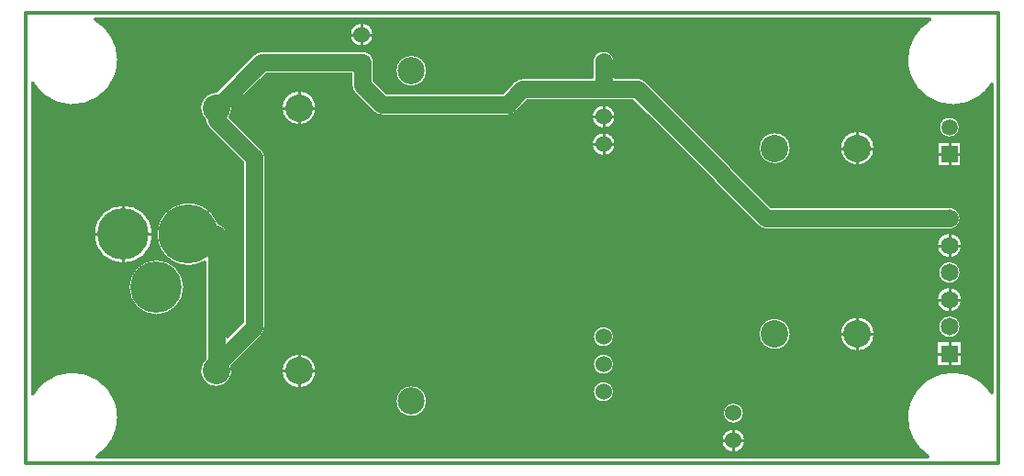
<source format=gbr>
G04 DesignSpark PCB Gerber Version 11.0 Build 5877*
%FSLAX35Y35*%
%MOIN*%
%ADD128R,0.05906X0.05906*%
%ADD70R,0.06496X0.06496*%
%ADD11C,0.01000*%
%ADD10C,0.01200*%
%ADD129C,0.05906*%
%ADD22C,0.06000*%
%ADD124C,0.06299*%
%ADD71C,0.06496*%
%ADD127C,0.09843*%
%ADD91C,0.10000*%
%ADD125C,0.18661*%
%ADD126C,0.21496*%
X0Y0D02*
D02*
D10*
X600Y600D02*
X353836D01*
Y164243D01*
X600D01*
Y600D01*
X3002Y138593D02*
Y25783D01*
G75*
G02*
X34328Y17168I14479J-8615D01*
G01*
G75*
G02*
X26600Y3002I-16848J0D01*
G01*
X328148D01*
G75*
G02*
X320420Y17168I9120J14166D01*
G01*
G75*
G02*
X351438Y26283I16848J0D01*
G01*
Y138093D01*
G75*
G02*
X320420Y147209I-14169J9115D01*
G01*
G75*
G02*
X328921Y161843I16848J0D01*
G01*
X25828D01*
G75*
G02*
X34328Y147209I-8348J-14635D01*
G01*
G75*
G02*
X3002Y138593I-16848J0D01*
G01*
X331464Y117377D02*
X340570D01*
Y108271D01*
X331464D01*
Y117377D01*
X331965Y122665D02*
G75*
G02*
X340071I4053J0D01*
G01*
G75*
G02*
X331965I-4053J0D01*
G01*
X335098Y93762D02*
G75*
G02*
X340366Y89513I920J-4250D01*
G01*
G75*
G02*
X335098Y85263I-4348J0D01*
G01*
X269478D01*
G75*
G02*
X266472Y86509I0J4250D01*
G01*
X250667Y102314D01*
G75*
G02*
X249865Y103428I3004J3007D01*
G01*
X220963Y132331D01*
X211308D01*
G75*
G02*
X210354Y132222I-955J4141D01*
G01*
G75*
G02*
X210272Y132223I0J4258D01*
G01*
X182730D01*
X179335Y128829D01*
G75*
G02*
X175655Y126704I-3680J2125D01*
G01*
X129703D01*
G75*
G02*
X126697Y127950I0J4250D01*
G01*
X119822Y134824D01*
G75*
G02*
X118576Y137831I3004J3006D01*
G01*
Y141858D01*
G75*
G02*
X118514Y142021I3935J1601D01*
G01*
X88012D01*
X75783Y129793D01*
G75*
G02*
X75784Y129703I-6095J-98D01*
G01*
G75*
G02*
X74736Y126285I-6100J0D01*
G01*
X85331Y115690D01*
G75*
G02*
X87688Y111885I-1892J-3805D01*
G01*
Y49991D01*
G75*
G02*
X86442Y46984I-4250J0D01*
G01*
X75462Y36004D01*
G75*
G02*
X69684Y27948I-5778J-1956D01*
G01*
G75*
G02*
X65435Y38424I0J6100D01*
G01*
Y73470D01*
G75*
G02*
X47698Y83751I-5889J10281D01*
G01*
G75*
G02*
X70647Y87890I11848J0D01*
G01*
G75*
G02*
X73934Y83751I-963J-4139D01*
G01*
Y46496D01*
X79189Y51751D01*
Y109812D01*
X66681Y122320D01*
G75*
G02*
X65435Y125327I3004J3006D01*
G01*
Y125327D01*
G75*
G02*
X69684Y135803I4250J4376D01*
G01*
G75*
G02*
X69774Y135802I-9J-6096D01*
G01*
X83246Y149274D01*
G75*
G02*
X86252Y150520I3006J-3004D01*
G01*
X121329D01*
G75*
G02*
X127106Y144864I1497J-4250D01*
G01*
G75*
G02*
X127076Y141961I-4281J-1407D01*
G01*
Y139591D01*
X131463Y135203D01*
X173690D01*
X177963Y139476D01*
G75*
G02*
X180969Y140722I3006J-3004D01*
G01*
X206104D01*
Y146391D01*
G75*
G02*
X206103Y146472I4257J82D01*
G01*
G75*
G02*
X214604I4250J0D01*
G01*
G75*
G02*
X214603Y146391I-4258J0D01*
G01*
Y140830D01*
X222723D01*
G75*
G02*
X225729Y139584I0J-4250D01*
G01*
X256674Y108639D01*
G75*
G02*
X257475Y107525I-3004J-3007D01*
G01*
X271238Y93762D01*
X335098D01*
X302561Y54090D02*
G75*
G02*
Y40890I0J-6600D01*
G01*
G75*
G02*
X295961Y47490I0J6600D01*
G01*
G75*
G02*
X302561Y54090I6600J0D01*
G01*
X331169Y45149D02*
X340865D01*
Y35452D01*
X331169D01*
Y45149D01*
X331170Y59985D02*
G75*
G02*
X340866I4848J0D01*
G01*
G75*
G02*
X331170I-4848J0D01*
G01*
X331670Y50143D02*
G75*
G02*
X340366I4348J0D01*
G01*
G75*
G02*
X331670I-4348J0D01*
G01*
X331170Y79670D02*
G75*
G02*
X340866I4848J0D01*
G01*
G75*
G02*
X331170I-4848J0D01*
G01*
X331670Y69828D02*
G75*
G02*
X340366I4348J0D01*
G01*
G75*
G02*
X331670I-4348J0D01*
G01*
X252956Y8724D02*
G75*
G02*
X262156I4600J0D01*
G01*
G75*
G02*
X252956I-4600J0D01*
G01*
X253456Y18724D02*
G75*
G02*
X261656I4100J0D01*
G01*
G75*
G02*
X253456I-4100J0D01*
G01*
X266461Y47490D02*
G75*
G02*
X278661I6100J0D01*
G01*
G75*
G02*
X266461I-6100J0D01*
G01*
X210354Y121072D02*
G75*
G02*
Y111872I0J-4600D01*
G01*
G75*
G02*
X205754Y116472I0J4600D01*
G01*
G75*
G02*
X210354Y121072I4600J0D01*
G01*
X206254Y26472D02*
G75*
G02*
X214454I4100J0D01*
G01*
G75*
G02*
X206254I-4100J0D01*
G01*
Y36472D02*
G75*
G02*
X214454I4100J0D01*
G01*
G75*
G02*
X206254I-4100J0D01*
G01*
Y46472D02*
G75*
G02*
X214454I4100J0D01*
G01*
G75*
G02*
X206254I-4100J0D01*
G01*
X210354Y131072D02*
G75*
G02*
Y121872I0J-4600D01*
G01*
G75*
G02*
X205754Y126472I0J4600D01*
G01*
G75*
G02*
X210354Y131072I4600J0D01*
G01*
X134529Y23087D02*
G75*
G02*
X146572I6021J0D01*
G01*
G75*
G02*
X134529I-6021J0D01*
G01*
X99684Y40648D02*
G75*
G02*
Y27448I0J-6600D01*
G01*
G75*
G02*
X93084Y34048I0J6600D01*
G01*
G75*
G02*
X99684Y40648I6600J0D01*
G01*
Y136303D02*
G75*
G02*
Y123103I0J-6600D01*
G01*
G75*
G02*
X93084Y129703I0J6600D01*
G01*
G75*
G02*
X99684Y136303I6600J0D01*
G01*
X117913Y156277D02*
G75*
G02*
X127113I4600J0D01*
G01*
G75*
G02*
X117913I-4600J0D01*
G01*
X134529Y143165D02*
G75*
G02*
X146572I6021J0D01*
G01*
G75*
G02*
X134529I-6021J0D01*
G01*
X266461Y115011D02*
G75*
G02*
X278661I6100J0D01*
G01*
G75*
G02*
X266461I-6100J0D01*
G01*
X302561Y121611D02*
G75*
G02*
X309161Y115011I0J-6600D01*
G01*
G75*
G02*
X302561Y108411I-6600J0D01*
G01*
G75*
G02*
X295961Y115011I0J6600D01*
G01*
G75*
G02*
X302561Y121611I6600J0D01*
G01*
X24993Y83751D02*
G75*
G02*
X46854I10931J0D01*
G01*
G75*
G02*
X24993I-10931J0D01*
G01*
X47931Y74891D02*
G75*
G02*
X58362Y64460I0J-10431D01*
G01*
G75*
G02*
X47931Y54029I-10431J0D01*
G01*
G75*
G02*
X37501Y64460I0J10431D01*
G01*
G75*
G02*
X47931Y74891I10431J0D01*
G01*
X32060Y8724D02*
G36*
X32060Y8724D02*
G75*
G02*
X27471Y3602I-14579J8443D01*
G01*
X327278D01*
G75*
G02*
X322689Y8724I9990J13566D01*
G01*
X262156D01*
G75*
G02*
X252956I-4600J0D01*
G01*
X32060D01*
G37*
X34256Y18724D02*
G36*
X34256Y18724D02*
G75*
G02*
X34328Y17168I-16778J-1557D01*
G01*
G75*
G02*
Y17167I-22557J0D01*
G01*
G75*
G02*
X32060Y8724I-16847J0D01*
G01*
X252956D01*
G75*
G02*
X262156I4600J0D01*
G01*
X322689D01*
G75*
G02*
X320420Y17167I14579J8443D01*
G01*
G75*
G02*
Y17168I22557J0D01*
G01*
G75*
G02*
X320493Y18724I16850J0D01*
G01*
X261656D01*
G75*
G02*
X253456I-4100J0D01*
G01*
X144701D01*
G75*
G02*
X136400I-4150J4362D01*
G01*
X34256D01*
G37*
X31526Y26472D02*
G36*
X31526Y26472D02*
G75*
G02*
X34256Y18724I-14046J-9305D01*
G01*
X136400D01*
G75*
G02*
X134529Y23087I4150J4362D01*
G01*
G75*
G02*
X135571Y26472I6021J0D01*
G01*
X31526D01*
G37*
X146572Y23087D02*
G36*
X146572Y23087D02*
G75*
G02*
X144701Y18724I-6021J0D01*
G01*
X253456D01*
G75*
G02*
X261656I4100J0D01*
G01*
X320493D01*
G75*
G02*
X323223Y26472I16776J-1557D01*
G01*
X214454D01*
G75*
G02*
X206254I-4100J0D01*
G01*
X145530D01*
G75*
G02*
X146572Y23087I-4979J-3386D01*
G01*
G37*
X3602Y36472D02*
G36*
X3602Y36472D02*
Y26720D01*
G75*
G02*
X31526Y26472I13879J-9552D01*
G01*
X135571D01*
G75*
G02*
X145530I4979J-3386D01*
G01*
X206254D01*
G75*
G02*
X214454I4100J0D01*
G01*
X323223D01*
G75*
G02*
X350838Y27154I14046J-9305D01*
G01*
Y36472D01*
X340865D01*
Y35452D01*
X331169D01*
Y36472D01*
X214454D01*
G75*
G02*
X206254I-4100J0D01*
G01*
X105823D01*
G75*
G02*
X106284Y34048I-6139J-2424D01*
G01*
G75*
G02*
X99684Y27448I-6600J0D01*
G01*
G75*
G02*
X93084Y34048I0J6600D01*
G01*
G75*
G02*
X93546Y36472I6600J0D01*
G01*
X75930D01*
X75462Y36004D01*
G75*
G02*
X75784Y34048I-5778J-1956D01*
G01*
G75*
G02*
X69684Y27948I-6100J0D01*
G01*
G75*
G02*
X63585Y34048I0J6100D01*
G01*
G75*
G02*
X64087Y36472I6100J0D01*
G01*
X3602D01*
G37*
Y40300D02*
G36*
X3602Y40300D02*
Y36472D01*
X64087D01*
G75*
G02*
X65435Y38424I5598J-2424D01*
G01*
Y40300D01*
X3602D01*
G37*
X79758D02*
G36*
X79758Y40300D02*
X75930Y36472D01*
X93546D01*
G75*
G02*
X97570Y40300I6139J-2424D01*
G01*
X79758D01*
G37*
X101798D02*
G36*
X101798Y40300D02*
G75*
G02*
X105823Y36472I-2114J-6252D01*
G01*
X206254D01*
G75*
G02*
X208885Y40300I4100J0D01*
G01*
X101798D01*
G37*
X211822D02*
G36*
X211822Y40300D02*
G75*
G02*
X214454Y36472I-1469J-3828D01*
G01*
X331169D01*
Y40300D01*
X211822D01*
G37*
X340865D02*
G36*
X340865Y40300D02*
Y36472D01*
X350838D01*
Y40300D01*
X340865D01*
G37*
X3602Y47490D02*
G36*
X3602Y47490D02*
Y40300D01*
X65435D01*
Y47490D01*
X3602D01*
G37*
X73934D02*
G36*
X73934Y47490D02*
Y46496D01*
X74928Y47490D01*
X73934D01*
G37*
X86442Y46984D02*
G36*
X86442Y46984D02*
X79758Y40300D01*
X97570D01*
G75*
G02*
X99684Y40648I2114J-6252D01*
G01*
G75*
G02*
X101798Y40300I0J-6600D01*
G01*
X208885D01*
G75*
G02*
X211822I1469J-3828D01*
G01*
X331169D01*
Y45149D01*
X340865D01*
Y40300D01*
X350838D01*
Y47490D01*
X339463D01*
G75*
G02*
X332573I-3445J2653D01*
G01*
X309161D01*
G75*
G02*
X302561Y40890I-6600J0D01*
G01*
G75*
G02*
X295961Y47490I0J6600D01*
G01*
X278661D01*
G75*
G02*
X266461I-6100J0D01*
G01*
X214325D01*
G75*
G02*
X214454Y46472I-3972J-1018D01*
G01*
G75*
G02*
X206254I-4100J0D01*
G01*
G75*
G02*
X206382Y47490I4100J0D01*
G01*
X86874D01*
G75*
G02*
X86442Y46984I-3438J2502D01*
G01*
G37*
X3602Y59985D02*
G36*
X3602Y59985D02*
Y47490D01*
X65435D01*
Y59985D01*
X57354D01*
G75*
G02*
X47931Y54029I-9422J4475D01*
G01*
G75*
G02*
X38509Y59985I0J10431D01*
G01*
X3602D01*
G37*
X73934D02*
G36*
X73934Y59985D02*
Y47490D01*
X74928D01*
X79189Y51751D01*
Y59985D01*
X73934D01*
G37*
X87688Y49991D02*
G36*
X87688Y49991D02*
G75*
G02*
X86874Y47490I-4251J1D01*
G01*
X206382D01*
G75*
G02*
X214325I3972J-1017D01*
G01*
X266461D01*
G75*
G02*
X278661I6100J0D01*
G01*
X295961D01*
G75*
G02*
X302561Y54090I6600J0D01*
G01*
G75*
G02*
X309161Y47490I0J-6600D01*
G01*
X332573D01*
G75*
G02*
X331670Y50143I3445J2653D01*
G01*
G75*
G02*
X340366I4348J0D01*
G01*
G75*
G02*
X339463Y47490I-4348J0D01*
G01*
X350838D01*
Y59985D01*
X340866D01*
G75*
G02*
X331170I-4848J0D01*
G01*
X87688D01*
Y49991D01*
G37*
X3602Y69828D02*
G36*
X3602Y69828D02*
Y59985D01*
X38509D01*
G75*
G02*
X37501Y64460I9422J4475D01*
G01*
G75*
G02*
X38988Y69828I10431J0D01*
G01*
X3602D01*
G37*
X58362Y64460D02*
G36*
X58362Y64460D02*
G75*
G02*
X57354Y59985I-10431J0D01*
G01*
X65435D01*
Y69828D01*
X56875D01*
G75*
G02*
X58362Y64460I-8944J-5368D01*
G01*
G37*
X73934Y69828D02*
G36*
X73934Y69828D02*
Y59985D01*
X79189D01*
Y69828D01*
X73934D01*
G37*
X87688D02*
G36*
X87688Y69828D02*
Y59985D01*
X331170D01*
G75*
G02*
X340866I4848J0D01*
G01*
X350838D01*
Y69828D01*
X340366D01*
G75*
G02*
X331670I-4348J0D01*
G01*
X87688D01*
G37*
X3602Y79670D02*
G36*
X3602Y79670D02*
Y69828D01*
X38988D01*
G75*
G02*
X47931Y74891I8944J-5368D01*
G01*
G75*
G02*
X56875Y69828I0J-10431D01*
G01*
X65435D01*
Y73470D01*
G75*
G02*
X48423Y79670I-5889J10281D01*
G01*
X46064D01*
G75*
G02*
X25783I-10140J4081D01*
G01*
X3602D01*
G37*
X73934D02*
G36*
X73934Y79670D02*
Y69828D01*
X79189D01*
Y79670D01*
X73934D01*
G37*
X87688D02*
G36*
X87688Y79670D02*
Y69828D01*
X331670D01*
G75*
G02*
X340366I4348J0D01*
G01*
X350838D01*
Y79670D01*
X340866D01*
G75*
G02*
X331170I-4848J0D01*
G01*
X87688D01*
G37*
X3602Y112824D02*
G36*
X3602Y112824D02*
Y79670D01*
X25783D01*
G75*
G02*
X24993Y83751I10140J4081D01*
G01*
G75*
G02*
X46854I10931J0D01*
G01*
G75*
G02*
X46064Y79670I-10931J0D01*
G01*
X48423D01*
G75*
G02*
X47698Y83751I11123J4081D01*
G01*
G75*
G02*
X70647Y87890I11848J0D01*
G01*
G75*
G02*
X73934Y83751I-963J-4139D01*
G01*
Y79670D01*
X79189D01*
Y109812D01*
X76177Y112824D01*
X3602D01*
G37*
X87688Y111885D02*
G36*
X87688Y111885D02*
Y79670D01*
X331170D01*
G75*
G02*
X340866I4848J0D01*
G01*
X350838D01*
Y112824D01*
X340570D01*
Y108271D01*
X331464D01*
Y112824D01*
X308788D01*
G75*
G02*
X302561Y108411I-6227J2187D01*
G01*
G75*
G02*
X296333Y112824I0J6600D01*
G01*
X278255D01*
G75*
G02*
X266866I-5694J2187D01*
G01*
X252489D01*
X256674Y108639D01*
G75*
G02*
X257475Y107525I-3000J-3004D01*
G01*
X271238Y93762D01*
X335098D01*
G75*
G02*
X340366Y89513I920J-4250D01*
G01*
G75*
G02*
X335098Y85263I-4348J0D01*
G01*
X269478D01*
G75*
G02*
X266472Y86509I1J4251D01*
G01*
X250667Y102314D01*
G75*
G02*
X249865Y103428I3000J3004D01*
G01*
X240469Y112824D01*
X213155D01*
G75*
G02*
X210354Y111872I-2802J3648D01*
G01*
G75*
G02*
X207552Y112824I0J4600D01*
G01*
X87583D01*
G75*
G02*
X87688Y111885I-4144J-939D01*
G01*
Y111885D01*
G37*
X3602Y122665D02*
G36*
X3602Y122665D02*
Y112824D01*
X76177D01*
X66681Y122320D01*
G75*
G02*
X66371Y122665I3005J3008D01*
G01*
X3602D01*
G37*
X78356D02*
G36*
X78356Y122665D02*
X85331Y115690D01*
G75*
G02*
X87583Y112824I-1891J-3804D01*
G01*
X207552D01*
G75*
G02*
X205754Y116472I2801J3648D01*
G01*
Y116472D01*
Y116473D01*
G75*
G02*
X210354Y121072I4600J0D01*
G01*
G75*
G02*
X214954Y116472I0J-4600D01*
G01*
G75*
G02*
X213155Y112824I-4600J0D01*
G01*
X240469D01*
X230628Y122665D01*
X212935D01*
G75*
G02*
X210354Y121872I-2582J3807D01*
G01*
G75*
G02*
X207772Y122665I0J4600D01*
G01*
X78356D01*
G37*
X242648D02*
G36*
X242648Y122665D02*
X252489Y112824D01*
X266866D01*
G75*
G02*
X266461Y115011I5694J2187D01*
G01*
G75*
G02*
X278661I6100J0D01*
G01*
G75*
G02*
X278255Y112824I-6100J0D01*
G01*
X296333D01*
G75*
G02*
X295961Y115011I6227J2187D01*
G01*
G75*
G02*
X302561Y121611I6600J0D01*
G01*
G75*
G02*
X309161Y115011I0J-6600D01*
G01*
G75*
G02*
X308788Y112824I-6600J0D01*
G01*
X331464D01*
Y117377D01*
X340570D01*
Y112824D01*
X350838D01*
Y122665D01*
X340071D01*
G75*
G02*
X331965I-4053J0D01*
G01*
X242648D01*
G37*
X3602Y129703D02*
G36*
X3602Y129703D02*
Y122665D01*
X66371D01*
G75*
G02*
X65435Y125327I3315J2662D01*
G01*
Y125327D01*
G75*
G02*
X63585Y129703I4250J4376D01*
G01*
X3602D01*
G37*
X75784D02*
G36*
X75784Y129703D02*
G75*
G02*
X74736Y126285I-6104J1D01*
G01*
X78356Y122665D01*
X207772D01*
G75*
G02*
X205754Y126472I2581J3807D01*
G01*
Y126472D01*
Y126473D01*
G75*
G02*
X207079Y129703I4600J0D01*
G01*
X180210D01*
X179335Y128829D01*
G75*
G02*
X175655Y126704I-3680J2125D01*
G01*
X129703D01*
G75*
G02*
X126697Y127950I1J4251D01*
G01*
X124944Y129703D01*
X106284D01*
G75*
G02*
X99684Y123103I-6600J0D01*
G01*
G75*
G02*
X93084Y129703I0J6600D01*
G01*
X75784D01*
G37*
X214954Y126472D02*
G36*
X214954Y126472D02*
G75*
G02*
X212935Y122665I-4600J0D01*
G01*
X230628D01*
X223590Y129703D01*
X213628D01*
G75*
G02*
X214954Y126472I-3274J-3231D01*
G01*
G37*
X235610Y129703D02*
G36*
X235610Y129703D02*
X242648Y122665D01*
X331965D01*
G75*
G02*
X340071I4053J0D01*
G01*
X350838D01*
Y129703D01*
X235610D01*
G37*
X3602Y137657D02*
G36*
X3602Y137657D02*
Y129703D01*
X63585D01*
G75*
G02*
X69684Y135803I6100J0D01*
G01*
G75*
G02*
X69774Y135802I-5594J-640067D01*
G01*
X77137Y143165D01*
X33836D01*
G75*
G02*
X3602Y137657I-16356J4043D01*
G01*
G37*
X75783Y129793D02*
G36*
X75783Y129793D02*
G75*
G02*
X75784Y129703I-640066J-5684D01*
G01*
X93084D01*
G75*
G02*
X99684Y136303I6600J0D01*
G01*
G75*
G02*
X106284Y129703I0J-6600D01*
G01*
X124944D01*
X119822Y134824D01*
G75*
G02*
X118576Y137831I3005J3007D01*
G01*
Y141858D01*
G75*
G02*
X118514Y142021I3580J1465D01*
G01*
X88012D01*
X75783Y129793D01*
G37*
X127076Y141961D02*
G36*
X127076Y141961D02*
Y139591D01*
X131463Y135203D01*
X173690D01*
X177963Y139476D01*
G75*
G02*
X180969Y140722I3007J-3005D01*
G01*
X206104D01*
Y143165D01*
X146572D01*
G75*
G02*
X134529I-6021J0D01*
G01*
X127322D01*
G75*
G02*
X127076Y141961I-4499J293D01*
G01*
G37*
X182730Y132223D02*
G36*
X182730Y132223D02*
X180210Y129703D01*
X207079D01*
G75*
G02*
X210354Y131072I3274J-3231D01*
G01*
G75*
G02*
X213628Y129703I0J-4600D01*
G01*
X223590D01*
X220963Y132331D01*
X211308D01*
G75*
G02*
X210354Y132222I-954J4129D01*
G01*
G75*
G02*
X210272Y132223I-20J2130D01*
G01*
X182730D01*
G37*
X214603Y143165D02*
G36*
X214603Y143165D02*
Y140830D01*
X222723D01*
G75*
G02*
X225729Y139584I-1J-4251D01*
G01*
X235610Y129703D01*
X350838D01*
Y137222D01*
G75*
G02*
X320913Y143165I-13569J9987D01*
G01*
X214603D01*
G37*
X34328Y147209D02*
G36*
X34328Y147209D02*
G75*
G02*
X33836Y143165I-16849J1D01*
G01*
X77137D01*
X83246Y149274D01*
G75*
G02*
X86252Y150520I3007J-3005D01*
G01*
X121329D01*
G75*
G02*
X127331Y146271I1497J-4250D01*
G01*
G75*
G02*
X127106Y144864I-4506J0D01*
G01*
G75*
G02*
X127331Y143457I-4283J-1407D01*
G01*
G75*
G02*
X127322Y143165I-4509J0D01*
G01*
X134529D01*
G75*
G02*
X146572I6021J0D01*
G01*
X206104D01*
Y146391D01*
G75*
G02*
X206103Y146452I2130J58D01*
G01*
G75*
G02*
Y146472I2133J10D01*
G01*
G75*
G02*
X214604I4250J0D01*
G01*
G75*
G02*
Y146452I-2133J-10D01*
G01*
G75*
G02*
X214603Y146391I-2130J-4D01*
G01*
Y143165D01*
X320913D01*
G75*
G02*
X320420Y147209I16357J4044D01*
G01*
G75*
G02*
X323069Y156277I16848J0D01*
G01*
X127113D01*
G75*
G02*
X117913I-4600J0D01*
G01*
X31680D01*
G75*
G02*
X34328Y147209I-14201J-9069D01*
G01*
G37*
X26802Y161243D02*
G36*
X26802Y161243D02*
G75*
G02*
X31680Y156277I-9323J-14036D01*
G01*
X117913D01*
G75*
G02*
X127113I4600J0D01*
G01*
X323069D01*
G75*
G02*
X327947Y161243I14200J-9069D01*
G01*
X26802D01*
G37*
D02*
D11*
X27093Y83751D02*
X24993D01*
X35924Y74920D02*
Y72820D01*
Y92582D02*
Y94682D01*
X44754Y83751D02*
X46854D01*
X95184Y34048D02*
X93084D01*
X95184Y129703D02*
X93084D01*
X99684Y29548D02*
Y27448D01*
Y38548D02*
Y40648D01*
Y125203D02*
Y123103D01*
Y134203D02*
Y136303D01*
X104184Y34048D02*
X106284D01*
X104184Y129703D02*
X106284D01*
X120013Y156277D02*
X117913D01*
X122513Y153777D02*
Y151677D01*
Y158777D02*
Y160877D01*
X125013Y156277D02*
X127113D01*
X207854Y116472D02*
X205754D01*
X207854Y126472D02*
X205754D01*
X210354Y113972D02*
Y111872D01*
Y118972D02*
Y121072D01*
Y123972D02*
Y121872D01*
Y128972D02*
Y131072D01*
X212854Y116472D02*
X214954D01*
X212854Y126472D02*
X214954D01*
X255056Y8724D02*
X252956D01*
X257556Y6224D02*
Y4124D01*
Y11224D02*
Y13324D01*
X260056Y8724D02*
X262156D01*
X298061Y47490D02*
X295961D01*
X298061Y115011D02*
X295961D01*
X302561Y42990D02*
Y40890D01*
Y51990D02*
Y54090D01*
Y110511D02*
Y108411D01*
Y119511D02*
Y121611D01*
X307061Y47490D02*
X309161D01*
X307061Y115011D02*
X309161D01*
X333270Y40300D02*
X331169D01*
X333270Y59985D02*
X331170D01*
X333270Y79670D02*
X331170D01*
X333565Y112823D02*
X331464D01*
X336018Y37552D02*
Y35452D01*
Y43048D02*
Y45149D01*
Y57237D02*
Y55137D01*
Y62733D02*
Y64833D01*
Y76922D02*
Y74822D01*
Y82418D02*
Y84518D01*
Y110370D02*
Y108271D01*
Y115276D02*
Y117377D01*
X338471Y112823D02*
X340570D01*
X338766Y40300D02*
X340865D01*
X338766Y59985D02*
X340866D01*
X338766Y79670D02*
X340866D01*
D02*
D70*
X336018Y40300D03*
D02*
D71*
Y50143D03*
Y59985D03*
Y69828D03*
Y79670D03*
Y89513D03*
D02*
D22*
X122513Y146277D03*
Y156277D03*
X210354Y26472D03*
Y36472D03*
Y46472D03*
Y116472D03*
Y126472D03*
Y136472D03*
Y146472D03*
X257556Y8724D03*
Y18724D03*
D02*
D91*
X69684Y34048D03*
Y129703D03*
X99684Y34048D03*
Y129703D03*
X272561Y47490D03*
Y115011D03*
X302561Y47490D03*
Y115011D03*
D02*
D124*
X59546Y83751D02*
X69684D01*
Y34048D01*
Y129703D02*
Y125327D01*
X83126Y111885D01*
X83439D01*
Y49991D01*
X69684Y36236D01*
Y34048D01*
X122826Y146271D02*
Y143457D01*
X122513D01*
Y146277D01*
X122826Y146271D02*
X86252D01*
X69684Y129703D01*
X210354Y136472D02*
X180969D01*
X175655Y131158D01*
Y130954D01*
X129703D01*
X122826Y137831D01*
Y146271D01*
X210354Y136472D02*
Y136580D01*
X222723D01*
X253670Y105633D01*
Y105320D01*
X269478Y89513D01*
X336018D01*
X210354Y136472D02*
Y146472D01*
D02*
D125*
X35924Y83751D03*
X47931Y64460D03*
D02*
D126*
X59546Y83751D03*
D02*
D127*
X140550Y23087D03*
Y143165D03*
D02*
D128*
X336018Y112823D03*
D02*
D129*
Y122665D03*
X0Y0D02*
M02*

</source>
